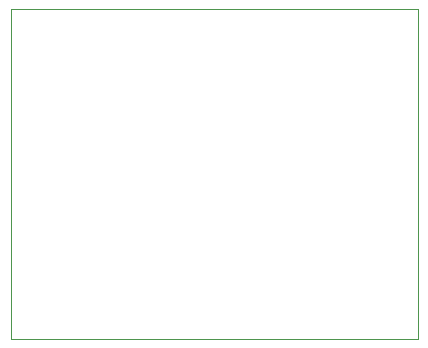
<source format=gbr>
%TF.GenerationSoftware,KiCad,Pcbnew,5.1.10-88a1d61d58~88~ubuntu18.04.1*%
%TF.CreationDate,2021-10-12T23:30:59-03:00*%
%TF.ProjectId,ConversorDCDC,436f6e76-6572-4736-9f72-444344432e6b,1.0*%
%TF.SameCoordinates,Original*%
%TF.FileFunction,Profile,NP*%
%FSLAX46Y46*%
G04 Gerber Fmt 4.6, Leading zero omitted, Abs format (unit mm)*
G04 Created by KiCad (PCBNEW 5.1.10-88a1d61d58~88~ubuntu18.04.1) date 2021-10-12 23:30:59*
%MOMM*%
%LPD*%
G01*
G04 APERTURE LIST*
%TA.AperFunction,Profile*%
%ADD10C,0.050000*%
%TD*%
G04 APERTURE END LIST*
D10*
X80000000Y-126500000D02*
X80000000Y-98500000D01*
X114500000Y-126500000D02*
X80000000Y-126500000D01*
X114500000Y-98500000D02*
X114500000Y-126500000D01*
X80000000Y-98500000D02*
X114500000Y-98500000D01*
M02*

</source>
